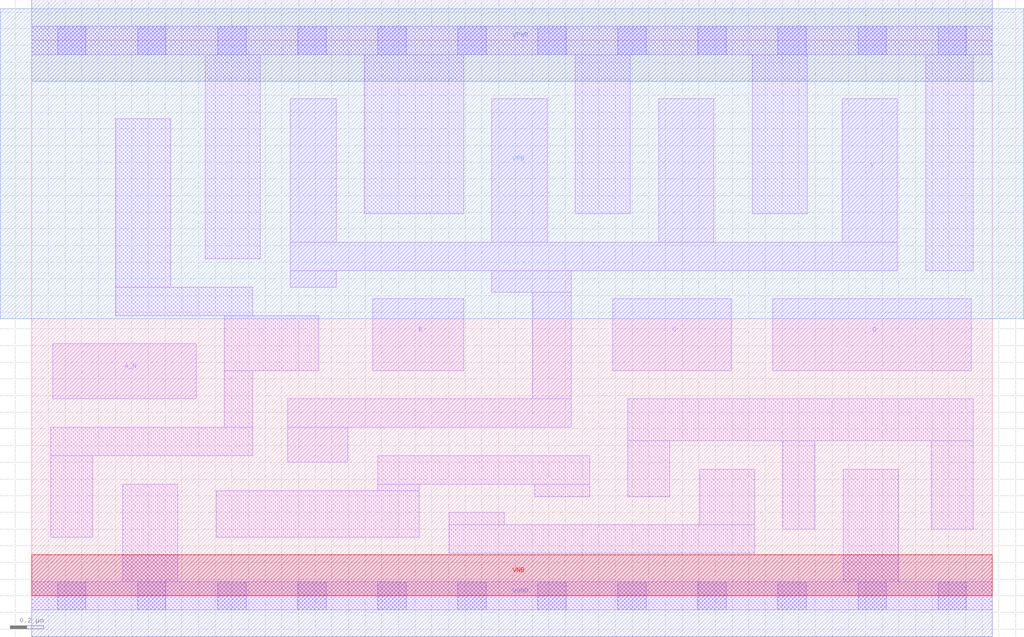
<source format=lef>
# Copyright 2020 The SkyWater PDK Authors
#
# Licensed under the Apache License, Version 2.0 (the "License");
# you may not use this file except in compliance with the License.
# You may obtain a copy of the License at
#
#     https://www.apache.org/licenses/LICENSE-2.0
#
# Unless required by applicable law or agreed to in writing, software
# distributed under the License is distributed on an "AS IS" BASIS,
# WITHOUT WARRANTIES OR CONDITIONS OF ANY KIND, either express or implied.
# See the License for the specific language governing permissions and
# limitations under the License.
#
# SPDX-License-Identifier: Apache-2.0

VERSION 5.7 ;
  NOWIREEXTENSIONATPIN ON ;
  DIVIDERCHAR "/" ;
  BUSBITCHARS "[]" ;
MACRO sky130_fd_sc_hs__nand4b_2
  CLASS CORE ;
  FOREIGN sky130_fd_sc_hs__nand4b_2 ;
  ORIGIN  0.000000  0.000000 ;
  SIZE  5.760000 BY  3.330000 ;
  SYMMETRY X Y ;
  SITE unit ;
  PIN A_N
    ANTENNAGATEAREA  0.246000 ;
    DIRECTION INPUT ;
    USE SIGNAL ;
    PORT
      LAYER li1 ;
        RECT 0.125000 1.180000 0.985000 1.510000 ;
    END
  END A_N
  PIN B
    ANTENNAGATEAREA  0.558000 ;
    DIRECTION INPUT ;
    USE SIGNAL ;
    PORT
      LAYER li1 ;
        RECT 2.045000 1.350000 2.590000 1.780000 ;
    END
  END B
  PIN C
    ANTENNAGATEAREA  0.558000 ;
    DIRECTION INPUT ;
    USE SIGNAL ;
    PORT
      LAYER li1 ;
        RECT 3.485000 1.350000 4.195000 1.780000 ;
    END
  END C
  PIN D
    ANTENNAGATEAREA  0.558000 ;
    DIRECTION INPUT ;
    USE SIGNAL ;
    PORT
      LAYER li1 ;
        RECT 4.445000 1.350000 5.635000 1.780000 ;
    END
  END D
  PIN Y
    ANTENNADIFFAREA  1.573400 ;
    DIRECTION OUTPUT ;
    USE SIGNAL ;
    PORT
      LAYER li1 ;
        RECT 1.535000 0.800000 1.895000 1.010000 ;
        RECT 1.535000 1.010000 3.235000 1.180000 ;
        RECT 1.550000 1.850000 1.825000 1.950000 ;
        RECT 1.550000 1.950000 5.190000 2.120000 ;
        RECT 1.550000 2.120000 1.825000 2.980000 ;
        RECT 2.760000 1.820000 3.235000 1.950000 ;
        RECT 2.760000 2.120000 3.090000 2.980000 ;
        RECT 3.005000 1.180000 3.235000 1.820000 ;
        RECT 3.760000 2.120000 4.090000 2.980000 ;
        RECT 4.860000 2.120000 5.190000 2.980000 ;
    END
  END Y
  PIN VGND
    DIRECTION INOUT ;
    USE GROUND ;
    PORT
      LAYER met1 ;
        RECT 0.000000 -0.245000 5.760000 0.245000 ;
    END
  END VGND
  PIN VNB
    DIRECTION INOUT ;
    USE GROUND ;
    PORT
      LAYER pwell ;
        RECT 0.000000 0.000000 5.760000 0.245000 ;
    END
  END VNB
  PIN VPB
    DIRECTION INOUT ;
    USE POWER ;
    PORT
      LAYER nwell ;
        RECT -0.190000 1.660000 5.950000 3.520000 ;
    END
  END VPB
  PIN VPWR
    DIRECTION INOUT ;
    USE POWER ;
    PORT
      LAYER met1 ;
        RECT 0.000000 3.085000 5.760000 3.575000 ;
    END
  END VPWR
  OBS
    LAYER li1 ;
      RECT 0.000000 -0.085000 5.760000 0.085000 ;
      RECT 0.000000  3.245000 5.760000 3.415000 ;
      RECT 0.115000  0.350000 0.365000 0.840000 ;
      RECT 0.115000  0.840000 1.325000 1.010000 ;
      RECT 0.505000  1.680000 1.325000 1.850000 ;
      RECT 0.505000  1.850000 0.835000 2.860000 ;
      RECT 0.545000  0.085000 0.875000 0.670000 ;
      RECT 1.040000  2.020000 1.370000 3.245000 ;
      RECT 1.105000  0.350000 2.325000 0.630000 ;
      RECT 1.155000  1.010000 1.325000 1.350000 ;
      RECT 1.155000  1.350000 1.720000 1.680000 ;
      RECT 1.995000  2.290000 2.590000 3.245000 ;
      RECT 2.075000  0.630000 2.325000 0.670000 ;
      RECT 2.075000  0.670000 3.345000 0.840000 ;
      RECT 2.505000  0.255000 4.335000 0.425000 ;
      RECT 2.505000  0.425000 2.835000 0.500000 ;
      RECT 3.015000  0.595000 3.345000 0.670000 ;
      RECT 3.260000  2.290000 3.590000 3.245000 ;
      RECT 3.575000  0.595000 3.825000 0.930000 ;
      RECT 3.575000  0.930000 5.645000 1.180000 ;
      RECT 4.005000  0.425000 4.335000 0.760000 ;
      RECT 4.320000  2.290000 4.650000 3.245000 ;
      RECT 4.505000  0.400000 4.695000 0.930000 ;
      RECT 4.865000  0.085000 5.195000 0.760000 ;
      RECT 5.360000  1.950000 5.645000 3.245000 ;
      RECT 5.395000  0.400000 5.645000 0.930000 ;
    LAYER mcon ;
      RECT 0.155000 -0.085000 0.325000 0.085000 ;
      RECT 0.155000  3.245000 0.325000 3.415000 ;
      RECT 0.635000 -0.085000 0.805000 0.085000 ;
      RECT 0.635000  3.245000 0.805000 3.415000 ;
      RECT 1.115000 -0.085000 1.285000 0.085000 ;
      RECT 1.115000  3.245000 1.285000 3.415000 ;
      RECT 1.595000 -0.085000 1.765000 0.085000 ;
      RECT 1.595000  3.245000 1.765000 3.415000 ;
      RECT 2.075000 -0.085000 2.245000 0.085000 ;
      RECT 2.075000  3.245000 2.245000 3.415000 ;
      RECT 2.555000 -0.085000 2.725000 0.085000 ;
      RECT 2.555000  3.245000 2.725000 3.415000 ;
      RECT 3.035000 -0.085000 3.205000 0.085000 ;
      RECT 3.035000  3.245000 3.205000 3.415000 ;
      RECT 3.515000 -0.085000 3.685000 0.085000 ;
      RECT 3.515000  3.245000 3.685000 3.415000 ;
      RECT 3.995000 -0.085000 4.165000 0.085000 ;
      RECT 3.995000  3.245000 4.165000 3.415000 ;
      RECT 4.475000 -0.085000 4.645000 0.085000 ;
      RECT 4.475000  3.245000 4.645000 3.415000 ;
      RECT 4.955000 -0.085000 5.125000 0.085000 ;
      RECT 4.955000  3.245000 5.125000 3.415000 ;
      RECT 5.435000 -0.085000 5.605000 0.085000 ;
      RECT 5.435000  3.245000 5.605000 3.415000 ;
  END
END sky130_fd_sc_hs__nand4b_2
END LIBRARY

</source>
